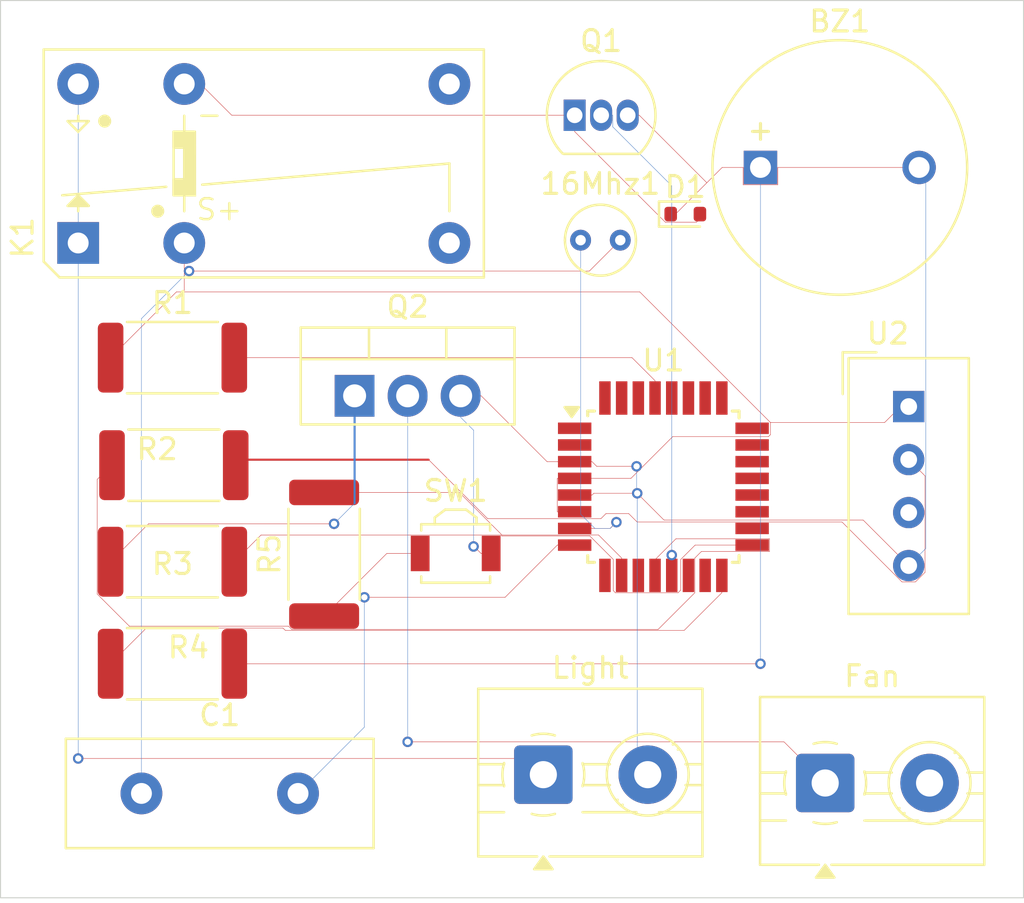
<source format=kicad_pcb>
(kicad_pcb (version 20241229) (generator "pcbnew") (generator_version "9.0")
  (layers (0 "F.Cu" signal) (2 "B.Cu" jumper) (13 "F.Paste" user) (15 "B.Paste" user) (5 "F.SilkS" user "F.Silkscreen") (7 "B.SilkS" user "B.Silkscreen") (1 "F.Mask" user) (3 "B.Mask" user) (25 "Edge.Cuts" user))
  (net 0 "")
  (net 1 "Net-(Q1-B)")
  (net 2 "Net-(U1-PB6{slash}XTAL1)")
  (net 3 "Net-(16Mhz1-Pad2)")
  (net 4 "Net-(U1-PB7{slash}XTAL2)")
  (net 5 "Net-(D1-A)")
  (net 7 "Net-(Q2-G)")
  (net 8 "Net-(U1-PC6{slash}~{RESET})")
  (net 9 "Net-(U2-DATA)")
  (net 10 "Net-(U1-PB5)")
  (net 11 "Net-(U1-PB4)")
  (net 12 "Net-(R5-Pad1)")
  (net 13 "Net-(U1-PD6)")
  (net 28 "Net-(BZ1-+)")
  (net 36 "Net-(J1-Pin_1)")
  (net 37 "Net-(J2-Pin_1)")
  (net 38 "Net-(J2-Pin_2)")
  (net 39 "Net-(U1-PB0)")
  (footprint "TerminalBlock:TerminalBlock_MaiXu_MX126-5.0-02P_1x02_P5.00mm" (layer "F.Cu") (at 112.5 102)
    (property "Reference" "Fan" (at 2.25 -5.12 0) (layer "F.SilkS"))
    (property "Value" "Fan")
    (fp_line (start -3.12 -4.12) (end -3.12 3.92) (stroke (width 0.12)) (layer "F.SilkS"))
    (fp_line (start -3.12 -4.12) (end 7.62 -4.12) (stroke (width 0.12)) (layer "F.SilkS"))
    (fp_line (start -3.12 -0.5) (end -1.88 -0.5) (stroke (width 0.12)) (layer "F.SilkS"))
    (fp_line (start -3.12 0.5) (end -1.88 0.5) (stroke (width 0.12)) (layer "F.SilkS"))
    (fp_line (start -3.12 1.8) (end -1.88 1.8) (stroke (width 0.12)) (layer "F.SilkS"))
    (fp_line (start -3.12 3.92) (end -0.3 3.92) (stroke (width 0.12)) (layer "F.SilkS"))
    (fp_line (start 0.3 3.92) (end 7.62 3.92) (stroke (width 0.12)) (layer "F.SilkS"))
    (fp_line (start 1.88 -0.5) (end 3.188 -0.5) (stroke (width 0.12)) (layer "F.SilkS"))
    (fp_line (start 1.88 0.5) (end 3.188 0.5) (stroke (width 0.12)) (layer "F.SilkS"))
    (fp_line (start 1.88 1.8) (end 4.457 1.8) (stroke (width 0.12)) (layer "F.SilkS"))
    (fp_line (start 3.556 1.204) (end 3.513 1.247) (stroke (width 0.12)) (layer "F.SilkS"))
    (fp_line (start 3.795 1.443) (end 3.752 1.486) (stroke (width 0.12)) (layer "F.SilkS"))
    (fp_line (start 5.543 1.8) (end 7.62 1.8) (stroke (width 0.12)) (layer "F.SilkS"))
    (fp_line (start 6.247 -1.486) (end 6.204 -1.443) (stroke (width 0.12)) (layer "F.SilkS"))
    (fp_line (start 6.487 -1.247) (end 6.444 -1.204) (stroke (width 0.12)) (layer "F.SilkS"))
    (fp_line (start 6.812 -0.5) (end 7.62 -0.5) (stroke (width 0.12)) (layer "F.SilkS"))
    (fp_line (start 6.812 0.5) (end 7.62 0.5) (stroke (width 0.12)) (layer "F.SilkS"))
    (fp_line (start 7.62 -4.12) (end 7.62 3.92) (stroke (width 0.12)) (layer "F.SilkS"))
    (fp_arc (start -1.88 0.554) (mid -1.959928 -0.000246) (end -1.879861 -0.554472) (stroke (width 0.12)) (layer "F.SilkS"))
    (fp_arc (start -0.554 -1.88) (mid 0.000246 -1.959928) (end 0.554472 -1.879861) (stroke (width 0.12)) (layer "F.SilkS"))
    (fp_arc (start 0.554 1.88) (mid -0.000246 1.959928) (end -0.554472 1.879861) (stroke (width 0.12)) (layer "F.SilkS"))
    (fp_arc (start 1.88 -0.554) (mid 1.959928 0.000246) (end 1.879861 0.554472) (stroke (width 0.12)) (layer "F.SilkS"))
    (fp_circle (center 5 0) (end 6.96 0) (stroke (width 0.12)) (fill no) (layer "F.SilkS"))
    (fp_poly (pts (xy 0 3.92) (xy 0.44 4.53) (xy -0.44 4.53) (xy 0 3.92)) (stroke (width 0.12)) (fill yes) (layer "F.SilkS"))
    (pad "1" thru_hole roundrect (at 0 0) (size 2.8 2.8) (drill 1.3) (layers "*.Cu" "*.Mask") (roundrect_rratio 0.089286) (net 37 "Net-(J2-Pin_1)"))
    (pad "2" thru_hole circle (at 5 0) (size 2.8 2.8) (drill 1.3) (layers "*.Cu" "*.Mask") (net 38 "Net-(J2-Pin_2)"))
  )
  (footprint "Package_QFP:TQFP-32_7x7mm_P0.8mm" (layer "F.Cu") (at 104.75 87.8)
    (property "Reference" "U1" (at 0 -6.05 0) (layer "F.SilkS"))
    (property "Value" "ATmega8A-A")
    (fp_line (start -3.625 -3.625) (end -3.625 -3.4) (stroke (width 0.15)) (layer "F.SilkS"))
    (fp_line (start -3.625 -3.625) (end -3.3 -3.625) (stroke (width 0.15)) (layer "F.SilkS"))
    (fp_line (start -3.625 3.625) (end -3.625 3.3) (stroke (width 0.15)) (layer "F.SilkS"))
    (fp_line (start -3.625 3.625) (end -3.3 3.625) (stroke (width 0.15)) (layer "F.SilkS"))
    (fp_line (start 3.625 -3.625) (end 3.3 -3.625) (stroke (width 0.15)) (layer "F.SilkS"))
    (fp_line (start 3.625 -3.625) (end 3.625 -3.3) (stroke (width 0.15)) (layer "F.SilkS"))
    (fp_line (start 3.625 3.625) (end 3.3 3.625) (stroke (width 0.15)) (layer "F.SilkS"))
    (fp_line (start 3.625 3.625) (end 3.625 3.3) (stroke (width 0.15)) (layer "F.SilkS"))
    (fp_poly (pts (xy -4.39 -3.34) (xy -4.73 -3.81) (xy -4.05 -3.81) (xy -4.39 -3.34)) (stroke (width 0.12)) (fill yes) (layer "F.SilkS"))
    (pad "1" smd rect (at -4.25 -2.8) (size 1.6 0.55) (layers "F.Cu" "F.Mask" "F.Paste"))
    (pad "2" smd rect (at -4.25 -2) (size 1.6 0.55) (layers "F.Cu" "F.Mask" "F.Paste"))
    (pad "3" smd rect (at -4.25 -1.2) (size 1.6 0.55) (layers "F.Cu" "F.Mask" "F.Paste") (net 3 "Net-(16Mhz1-Pad2)"))
    (pad "4" smd rect (at -4.25 -0.4) (size 1.6 0.55) (layers "F.Cu" "F.Mask" "F.Paste") (net 3 "Net-(16Mhz1-Pad2)"))
    (pad "5" smd rect (at -4.25 0.4) (size 1.6 0.55) (layers "F.Cu" "F.Mask" "F.Paste") (net 3 "Net-(16Mhz1-Pad2)"))
    (pad "6" smd rect (at -4.25 1.2) (size 1.6 0.55) (layers "F.Cu" "F.Mask" "F.Paste") (net 3 "Net-(16Mhz1-Pad2)"))
    (pad "7" smd rect (at -4.25 2) (size 1.6 0.55) (layers "F.Cu" "F.Mask" "F.Paste") (net 2 "Net-(U1-PB6{slash}XTAL1)"))
    (pad "8" smd rect (at -4.25 2.8) (size 1.6 0.55) (layers "F.Cu" "F.Mask" "F.Paste") (net 4 "Net-(U1-PB7{slash}XTAL2)"))
    (pad "9" smd rect (at -2.8 4.25 90) (size 1.6 0.55) (layers "F.Cu" "F.Mask" "F.Paste"))
    (pad "10" smd rect (at -2 4.25 90) (size 1.6 0.55) (layers "F.Cu" "F.Mask" "F.Paste") (net 13 "Net-(U1-PD6)"))
    (pad "11" smd rect (at -1.2 4.25 90) (size 1.6 0.55) (layers "F.Cu" "F.Mask" "F.Paste"))
    (pad "12" smd rect (at -0.4 4.25 90) (size 1.6 0.55) (layers "F.Cu" "F.Mask" "F.Paste") (net 39 "Net-(U1-PB0)"))
    (pad "13" smd rect (at 0.4 4.25 90) (size 1.6 0.55) (layers "F.Cu" "F.Mask" "F.Paste") (net 1 "Net-(Q1-B)"))
    (pad "14" smd rect (at 1.2 4.25 90) (size 1.6 0.55) (layers "F.Cu" "F.Mask" "F.Paste"))
    (pad "15" smd rect (at 2 4.25 90) (size 1.6 0.55) (layers "F.Cu" "F.Mask" "F.Paste"))
    (pad "16" smd rect (at 2.8 4.25 90) (size 1.6 0.55) (layers "F.Cu" "F.Mask" "F.Paste") (net 11 "Net-(U1-PB4)"))
    (pad "17" smd rect (at 4.25 2.8) (size 1.6 0.55) (layers "F.Cu" "F.Mask" "F.Paste") (net 10 "Net-(U1-PB5)"))
    (pad "18" smd rect (at 4.25 2) (size 1.6 0.55) (layers "F.Cu" "F.Mask" "F.Paste"))
    (pad "19" smd rect (at 4.25 1.2) (size 1.6 0.55) (layers "F.Cu" "F.Mask" "F.Paste"))
    (pad "20" smd rect (at 4.25 0.4) (size 1.6 0.55) (layers "F.Cu" "F.Mask" "F.Paste"))
    (pad "21" smd rect (at 4.25 -0.4) (size 1.6 0.55) (layers "F.Cu" "F.Mask" "F.Paste"))
    (pad "22" smd rect (at 4.25 -1.2) (size 1.6 0.55) (layers "F.Cu" "F.Mask" "F.Paste"))
    (pad "23" smd rect (at 4.25 -2) (size 1.6 0.55) (layers "F.Cu" "F.Mask" "F.Paste"))
    (pad "24" smd rect (at 4.25 -2.8) (size 1.6 0.55) (layers "F.Cu" "F.Mask" "F.Paste"))
    (pad "25" smd rect (at 2.8 -4.25 90) (size 1.6 0.55) (layers "F.Cu" "F.Mask" "F.Paste"))
    (pad "26" smd rect (at 2 -4.25 90) (size 1.6 0.55) (layers "F.Cu" "F.Mask" "F.Paste"))
    (pad "27" smd rect (at 1.2 -4.25 90) (size 1.6 0.55) (layers "F.Cu" "F.Mask" "F.Paste"))
    (pad "28" smd rect (at 0.4 -4.25 90) (size 1.6 0.55) (layers "F.Cu" "F.Mask" "F.Paste"))
    (pad "29" smd rect (at -0.4 -4.25 90) (size 1.6 0.55) (layers "F.Cu" "F.Mask" "F.Paste") (net 8 "Net-(U1-PC6{slash}~{RESET})"))
    (pad "30" smd rect (at -1.2 -4.25 90) (size 1.6 0.55) (layers "F.Cu" "F.Mask" "F.Paste"))
    (pad "31" smd rect (at -2 -4.25 90) (size 1.6 0.55) (layers "F.Cu" "F.Mask" "F.Paste"))
    (pad "32" smd rect (at -2.8 -4.25 90) (size 1.6 0.55) (layers "F.Cu" "F.Mask" "F.Paste"))
  )
  (footprint "Resistor_SMD:R_2512_6332Metric" (layer "F.Cu") (at 81.235 96.285)
    (property "Reference" "R4" (at 0.765 -0.785 0) (layer "F.SilkS"))
    (property "Value" "1k")
    (fp_line (start -2.177064 -1.71) (end 2.177064 -1.71) (stroke (width 0.12)) (layer "F.SilkS"))
    (fp_line (start -2.177064 1.71) (end 2.177064 1.71) (stroke (width 0.12)) (layer "F.SilkS"))
    (pad "1" smd roundrect (at -2.9625 0) (size 1.225 3.35) (layers "F.Cu" "F.Mask" "F.Paste") (roundrect_rratio 0.204082) (net 11 "Net-(U1-PB4)"))
    (pad "2" smd roundrect (at 2.9625 0) (size 1.225 3.35) (layers "F.Cu" "F.Mask" "F.Paste") (roundrect_rratio 0.204082) (net 28 "Net-(BZ1-+)"))
  )
  (footprint "Package_TO_SOT_THT:TO-220-3_Vertical" (layer "F.Cu") (at 89.96 83.445)
    (property "Reference" "Q2" (at 2.54 -4.27 0) (layer "F.SilkS"))
    (property "Value" "IRF540N")
    (fp_line (start -2.58 -3.27) (end -2.58 1.371) (stroke (width 0.12)) (layer "F.SilkS"))
    (fp_line (start -2.58 -3.27) (end 7.66 -3.27) (stroke (width 0.12)) (layer "F.SilkS"))
    (fp_line (start -2.58 -1.76) (end 7.66 -1.76) (stroke (width 0.12)) (layer "F.SilkS"))
    (fp_line (start -2.58 1.371) (end 7.66 1.371) (stroke (width 0.12)) (layer "F.SilkS"))
    (fp_line (start 0.69 -3.27) (end 0.69 -1.76) (stroke (width 0.12)) (layer "F.SilkS"))
    (fp_line (start 4.391 -3.27) (end 4.391 -1.76) (stroke (width 0.12)) (layer "F.SilkS"))
    (fp_line (start 7.66 -3.27) (end 7.66 1.371) (stroke (width 0.12)) (layer "F.SilkS"))
    (pad "1" thru_hole rect (at 0 0) (size 1.905 2) (drill 1.1) (layers "*.Cu" "*.Mask") (net 7 "Net-(Q2-G)"))
    (pad "2" thru_hole oval (at 2.54 0) (size 1.905 2) (drill 1.1) (layers "*.Cu" "*.Mask") (net 37 "Net-(J2-Pin_1)"))
    (pad "3" thru_hole oval (at 5.08 0) (size 1.905 2) (drill 1.1) (layers "*.Cu" "*.Mask") (net 3 "Net-(16Mhz1-Pad2)"))
  )
  (footprint "Resistor_SMD:R_2512_6332Metric" (layer "F.Cu") (at 88.5 91.0375 90)
    (property "Reference" "R5" (at 0 -2.62 90) (layer "F.SilkS"))
    (property "Value" "10k")
    (fp_line (start -2.177064 -1.71) (end 2.177064 -1.71) (stroke (width 0.12)) (layer "F.SilkS"))
    (fp_line (start -2.177064 1.71) (end 2.177064 1.71) (stroke (width 0.12)) (layer "F.SilkS"))
    (pad "1" smd roundrect (at -2.9625 0 90) (size 1.225 3.35) (layers "F.Cu" "F.Mask" "F.Paste") (roundrect_rratio 0.204082) (net 12 "Net-(R5-Pad1)"))
    (pad "2" smd roundrect (at 2.9625 0 90) (size 1.225 3.35) (layers "F.Cu" "F.Mask" "F.Paste") (roundrect_rratio 0.204082) (net 13 "Net-(U1-PD6)"))
  )
  (footprint "Crystal:Crystal_C38-LF_D3.0mm_L8.0mm_Vertical" (layer "F.Cu") (at 100.785 75.985)
    (property "Reference" "16Mhz1" (at 0.95 -2.7 0) (layer "F.SilkS"))
    (property "Value" "Crystal")
    (fp_arc (start -0.75 0) (mid 0.95 -1.7) (end 2.65 0) (stroke (width 0.12)) (layer "F.SilkS"))
    (fp_arc (start 2.65 0) (mid 0.95 1.7) (end -0.75 0) (stroke (width 0.12)) (layer "F.SilkS"))
    (pad "1" thru_hole circle (at 0 0) (size 1 1) (drill 0.5) (layers "*.Cu" "*.Mask") (net 2 "Net-(U1-PB6{slash}XTAL1)"))
    (pad "2" thru_hole circle (at 1.9 0) (size 1 1) (drill 0.5) (layers "*.Cu" "*.Mask") (net 3 "Net-(16Mhz1-Pad2)"))
  )
  (footprint "Package_TO_SOT_THT:TO-92_Inline" (layer "F.Cu") (at 100.5 70)
    (property "Reference" "Q1" (at 1.27 -3.56 0) (layer "F.SilkS"))
    (property "Value" "BC547")
    (fp_line (start -0.53 1.85) (end 3.07 1.85) (stroke (width 0.12)) (layer "F.SilkS"))
    (fp_arc (start -0.568478 1.838478) (mid -1.132087 -0.994977) (end 1.27 -2.6) (stroke (width 0.12)) (layer "F.SilkS"))
    (fp_arc (start 1.27 -2.6) (mid 3.672087 -0.994977) (end 3.108478 1.838478) (stroke (width 0.12)) (layer "F.SilkS"))
    (pad "1" thru_hole rect (at 0 0) (size 1.05 1.5) (drill 0.75) (layers "*.Cu" "*.Mask") (net 5 "Net-(D1-A)"))
    (pad "2" thru_hole oval (at 1.27 0) (size 1.05 1.5) (drill 0.75) (layers "*.Cu" "*.Mask") (net 1 "Net-(Q1-B)"))
    (pad "3" thru_hole oval (at 2.54 0) (size 1.05 1.5) (drill 0.75) (layers "*.Cu" "*.Mask") (net 3 "Net-(16Mhz1-Pad2)"))
  )
  (footprint "Resistor_SMD:R_2512_6332Metric" (layer "F.Cu") (at 81.235 81.615)
    (property "Reference" "R1" (at 0 -2.62 0) (layer "F.SilkS"))
    (property "Value" "10k")
    (fp_line (start -2.177064 -1.71) (end 2.177064 -1.71) (stroke (width 0.12)) (layer "F.SilkS"))
    (fp_line (start -2.177064 1.71) (end 2.177064 1.71) (stroke (width 0.12)) (layer "F.SilkS"))
    (pad "1" smd roundrect (at -2.9625 0) (size 1.225 3.35) (layers "F.Cu" "F.Mask" "F.Paste") (roundrect_rratio 0.204082) (net 3 "Net-(16Mhz1-Pad2)"))
    (pad "2" smd roundrect (at 2.9625 0) (size 1.225 3.35) (layers "F.Cu" "F.Mask" "F.Paste") (roundrect_rratio 0.204082) (net 8 "Net-(U1-PC6{slash}~{RESET})"))
  )
  (footprint "Diode_SMD:D_SOD-523" (layer "F.Cu") (at 105.8 74.735)
    (property "Reference" "D1" (at 0 -1.3 0) (layer "F.SilkS"))
    (property "Value" "1N4148WT")
    (fp_line (start -1.26 -0.6) (end -1.26 0.6) (stroke (width 0.12)) (layer "F.SilkS"))
    (fp_line (start 0.7 -0.6) (end -1.26 -0.6) (stroke (width 0.12)) (layer "F.SilkS"))
    (fp_line (start 0.7 0.6) (end -1.26 0.6) (stroke (width 0.12)) (layer "F.SilkS"))
    (pad "1" smd roundrect (at -0.7 0 180) (size 0.6 0.7) (layers "F.Cu" "F.Mask" "F.Paste") (net 3 "Net-(16Mhz1-Pad2)"))
    (pad "2" smd roundrect (at 0.7 0 180) (size 0.6 0.7) (layers "F.Cu" "F.Mask" "F.Paste") (net 5 "Net-(D1-A)"))
  )
  (footprint "Capacitor_THT:C_Disc_D14.5mm_W5.0mm_P7.50mm" (layer "F.Cu") (at 79.75 102.5)
    (property "Reference" "C1" (at 3.75 -3.75 0) (layer "F.SilkS"))
    (property "Value" "22pf")
    (fp_line (start -3.62 -2.62) (end -3.62 2.62) (stroke (width 0.12)) (layer "F.SilkS"))
    (fp_line (start -3.62 -2.62) (end 11.12 -2.62) (stroke (width 0.12)) (layer "F.SilkS"))
    (fp_line (start -3.62 2.62) (end 11.12 2.62) (stroke (width 0.12)) (layer "F.SilkS"))
    (fp_line (start 11.12 -2.62) (end 11.12 2.62) (stroke (width 0.12)) (layer "F.SilkS"))
    (pad "1" thru_hole circle (at 0 0) (size 2 2) (drill 1) (layers "*.Cu" "*.Mask") (net 3 "Net-(16Mhz1-Pad2)"))
    (pad "2" thru_hole circle (at 7.5 0) (size 2 2) (drill 1) (layers "*.Cu" "*.Mask") (net 4 "Net-(U1-PB7{slash}XTAL2)"))
  )
  (footprint "Resistor_SMD:R_2512_6332Metric" (layer "F.Cu") (at 81.235 91.395)
    (property "Reference" "R3" (at 0 0.105 0) (layer "F.SilkS"))
    (property "Value" "10k")
    (fp_line (start -2.177064 -1.71) (end 2.177064 -1.71) (stroke (width 0.12)) (layer "F.SilkS"))
    (fp_line (start -2.177064 1.71) (end 2.177064 1.71) (stroke (width 0.12)) (layer "F.SilkS"))
    (pad "1" smd roundrect (at -2.9625 0) (size 1.225 3.35) (layers "F.Cu" "F.Mask" "F.Paste") (roundrect_rratio 0.204082) (net 7 "Net-(Q2-G)"))
    (pad "2" smd roundrect (at 2.9625 0) (size 1.225 3.35) (layers "F.Cu" "F.Mask" "F.Paste") (roundrect_rratio 0.204082) (net 10 "Net-(U1-PB5)"))
  )
  (footprint "Buzzer_Beeper:MagneticBuzzer_ProSignal_ABI-009-RC" (layer "F.Cu") (at 109.4 72.5)
    (property "Reference" "BZ1" (at 3.8 -7 0) (layer "F.SilkS"))
    (property "Value" "Buzzer")
    (fp_circle (center 3.8 0) (end 9.9 0) (stroke (width 0.12)) (fill no) (layer "F.SilkS"))
    (fp_text user "+" (at 0 -1.8 0) (layer "F.SilkS"))
    (pad "1" thru_hole rect (at 0 0) (size 1.6 1.6) (drill 1) (layers "*.Cu" "*.Mask") (net 28 "Net-(BZ1-+)"))
    (pad "2" thru_hole circle (at 7.6 0) (size 1.6 1.6) (drill 1) (layers "*.Cu" "*.Mask") (net 3 "Net-(16Mhz1-Pad2)"))
  )
  (footprint "Resistor_SMD:R_2512_6332Metric" (layer "F.Cu") (at 81.3025 86.77)
    (property "Reference" "R2" (at -0.8025 -0.77 0) (layer "F.SilkS"))
    (property "Value" "4.7K")
    (fp_line (start -2.177064 -1.71) (end 2.177064 -1.71) (stroke (width 0.12)) (layer "F.SilkS"))
    (fp_line (start -2.177064 1.71) (end 2.177064 1.71) (stroke (width 0.12)) (layer "F.SilkS"))
    (pad "1" smd roundrect (at -2.9625 0) (size 1.225 3.35) (layers "F.Cu" "F.Mask" "F.Paste") (roundrect_rratio 0.204082) (net 39 "Net-(U1-PB0)"))
    (pad "2" smd roundrect (at 2.9625 0) (size 1.225 3.35) (layers "F.Cu" "F.Mask" "F.Paste") (roundrect_rratio 0.204082) (net 9 "Net-(U2-DATA)"))
  )
  (footprint "Button_Switch_SMD:SW_SPST_B3U-3000P" (layer "F.Cu") (at 94.8 91)
    (property "Reference" "SW1" (at 0 -3 0) (layer "F.SilkS"))
    (property "Value" "SW_Push")
    (fp_line (start -1.65 -1.4) (end 1.65 -1.4) (stroke (width 0.12)) (layer "F.SilkS"))
    (fp_line (start -1.65 -1.1) (end -1.65 -1.4) (stroke (width 0.12)) (layer "F.SilkS"))
    (fp_line (start -1.65 1.1) (end -1.65 1.4) (stroke (width 0.12)) (layer "F.SilkS"))
    (fp_line (start -1.65 1.4) (end 1.65 1.4) (stroke (width 0.12)) (layer "F.SilkS"))
    (fp_line (start -1 -1.72) (end -1 -1.4) (stroke (width 0.12)) (layer "F.SilkS"))
    (fp_line (start -0.5 -2.1) (end -1 -1.72) (stroke (width 0.12)) (layer "F.SilkS"))
    (fp_line (start -0.5 -2.1) (end 0.5 -2.1) (stroke (width 0.12)) (layer "F.SilkS"))
    (fp_line (start 0.5 -2.1) (end 1 -1.72) (stroke (width 0.12)) (layer "F.SilkS"))
    (fp_line (start 1 -1.72) (end 1 -1.4) (stroke (width 0.12)) (layer "F.SilkS"))
    (fp_line (start 1.65 -1.4) (end 1.65 -1.1) (stroke (width 0.12)) (layer "F.SilkS"))
    (fp_line (start 1.65 1.4) (end 1.65 1.1) (stroke (width 0.12)) (layer "F.SilkS"))
    (pad "1" smd rect (at -1.7 0) (size 0.9 1.7) (layers "F.Cu" "F.Mask" "F.Paste") (net 12 "Net-(R5-Pad1)"))
    (pad "2" smd rect (at 1.7 0) (size 0.9 1.7) (layers "F.Cu" "F.Mask" "F.Paste") (net 3 "Net-(16Mhz1-Pad2)"))
  )
  (footprint "TerminalBlock:TerminalBlock_MaiXu_MX126-5.0-02P_1x02_P5.00mm" (layer "F.Cu") (at 99 101.6)
    (property "Reference" "Light" (at 2.25 -5.12 0) (layer "F.SilkS"))
    (property "Value" "Light")
    (fp_line (start -3.12 -4.12) (end -3.12 3.92) (stroke (width 0.12)) (layer "F.SilkS"))
    (fp_line (start -3.12 -4.12) (end 7.62 -4.12) (stroke (width 0.12)) (layer "F.SilkS"))
    (fp_line (start -3.12 -0.5) (end -1.88 -0.5) (stroke (width 0.12)) (layer "F.SilkS"))
    (fp_line (start -3.12 0.5) (end -1.88 0.5) (stroke (width 0.12)) (layer "F.SilkS"))
    (fp_line (start -3.12 1.8) (end -1.88 1.8) (stroke (width 0.12)) (layer "F.SilkS"))
    (fp_line (start -3.12 3.92) (end -0.3 3.92) (stroke (width 0.12)) (layer "F.SilkS"))
    (fp_line (start 0.3 3.92) (end 7.62 3.92) (stroke (width 0.12)) (layer "F.SilkS"))
    (fp_line (start 1.88 -0.5) (end 3.188 -0.5) (stroke (width 0.12)) (layer "F.SilkS"))
    (fp_line (start 1.88 0.5) (end 3.188 0.5) (stroke (width 0.12)) (layer "F.SilkS"))
    (fp_line (start 1.88 1.8) (end 4.457 1.8) (stroke (width 0.12)) (layer "F.SilkS"))
    (fp_line (start 3.556 1.204) (end 3.513 1.247) (stroke (width 0.12)) (layer "F.SilkS"))
    (fp_line (start 3.795 1.443) (end 3.752 1.486) (stroke (width 0.12)) (layer "F.SilkS"))
    (fp_line (start 5.543 1.8) (end 7.62 1.8) (stroke (width 0.12)) (layer "F.SilkS"))
    (fp_line (start 6.247 -1.486) (end 6.204 -1.443) (stroke (width 0.12)) (layer "F.SilkS"))
    (fp_line (start 6.487 -1.247) (end 6.444 -1.204) (stroke (width 0.12)) (layer "F.SilkS"))
    (fp_line (start 6.812 -0.5) (end 7.62 -0.5) (stroke (width 0.12)) (layer "F.SilkS"))
    (fp_line (start 6.812 0.5) (end 7.62 0.5) (stroke (width 0.12)) (layer "F.SilkS"))
    (fp_line (start 7.62 -4.12) (end 7.62 3.92) (stroke (width 0.12)) (layer "F.SilkS"))
    (fp_arc (start -1.88 0.554) (mid -1.959928 -0.000246) (end -1.879861 -0.554472) (stroke (width 0.12)) (layer "F.SilkS"))
    (fp_arc (start -0.554 -1.88) (mid 0.000246 -1.959928) (end 0.554472 -1.879861) (stroke (width 0.12)) (layer "F.SilkS"))
    (fp_arc (start 0.554 1.88) (mid -0.000246 1.959928) (end -0.554472 1.879861) (stroke (width 0.12)) (layer "F.SilkS"))
    (fp_arc (start 1.88 -0.554) (mid 1.959928 0.000246) (end 1.879861 0.554472) (stroke (width 0.12)) (layer "F.SilkS"))
    (fp_circle (center 5 0) (end 6.96 0) (stroke (width 0.12)) (fill no) (layer "F.SilkS"))
    (fp_poly (pts (xy 0 3.92) (xy 0.44 4.53) (xy -0.44 4.53) (xy 0 3.92)) (stroke (width 0.12)) (fill yes) (layer "F.SilkS"))
    (pad "1" thru_hole roundrect (at 0 0) (size 2.8 2.8) (drill 1.3) (layers "*.Cu" "*.Mask") (roundrect_rratio 0.089286) (net 36 "Net-(J1-Pin_1)"))
    (pad "2" thru_hole circle (at 5 0) (size 2.8 2.8) (drill 1.3) (layers "*.Cu" "*.Mask") (net 3 "Net-(16Mhz1-Pad2)"))
  )
  (footprint "Sensor:Aosong_DHT11_5.5x12.0_P2.54mm" (layer "F.Cu") (at 116.5 83.96)
    (property "Reference" "U2" (at -1 -3.5 0) (layer "F.SilkS"))
    (property "Value" "DHT11")
    (fp_line (start -3.16 -2.6) (end -3.16 -0.6) (stroke (width 0.12)) (layer "F.SilkS"))
    (fp_line (start -3.16 -2.6) (end -1.55 -2.6) (stroke (width 0.12)) (layer "F.SilkS"))
    (fp_line (start -2.88 9.94) (end -2.88 -2.31) (stroke (width 0.12)) (layer "F.SilkS"))
    (fp_line (start -2.87 -2.32) (end 2.87 -2.32) (stroke (width 0.12)) (layer "F.SilkS"))
    (fp_line (start 2.88 -2.32) (end 2.88 9.94) (stroke (width 0.12)) (layer "F.SilkS"))
    (fp_line (start 2.88 9.94) (end -2.88 9.94) (stroke (width 0.12)) (layer "F.SilkS"))
    (pad "1" thru_hole rect (at 0 0) (size 1.5 1.5) (drill 0.8) (layers "*.Cu" "*.Mask") (net 3 "Net-(16Mhz1-Pad2)"))
    (pad "2" thru_hole circle (at 0 2.54) (size 1.5 1.5) (drill 0.8) (layers "*.Cu" "*.Mask") (net 9 "Net-(U2-DATA)"))
    (pad "3" thru_hole circle (at 0 5.08) (size 1.5 1.5) (drill 0.8) (layers "*.Cu" "*.Mask"))
    (pad "4" thru_hole circle (at 0 7.62) (size 1.5 1.5) (drill 0.8) (layers "*.Cu" "*.Mask") (net 3 "Net-(16Mhz1-Pad2)"))
  )
  (footprint "Relay_THT:Relay_SPDT_Panasonic_DR-L" (layer "F.Cu") (at 76.72 76.12)
    (property "Reference" "K1" (at -2.667 -0.254 90) (layer "F.SilkS"))
    (property "Value" "Relay_SPDT")
    (fp_line (start -1.651 -9.271) (end 19.431 -9.271) (stroke (width 0.12)) (layer "F.SilkS"))
    (fp_line (start -1.651 0.89) (end -1.651 -9.271) (stroke (width 0.12)) (layer "F.SilkS"))
    (fp_line (start -0.89 1.651) (end -1.651 0.89) (stroke (width 0.12)) (layer "F.SilkS"))
    (fp_line (start -0.89 1.651) (end 19.431 1.651) (stroke (width 0.12)) (layer "F.SilkS"))
    (fp_line (start -0.762 -2.286) (end 4.2164 -2.6924) (stroke (width 0.12)) (layer "F.SilkS"))
    (fp_line (start 0 -5.842) (end 0 -6.096) (stroke (width 0.12)) (layer "F.SilkS"))
    (fp_line (start 0 -1.524) (end 0 -1.778) (stroke (width 0.12)) (layer "F.SilkS"))
    (fp_line (start 4.572 -2.286) (end 4.572 -5.334) (stroke (width 0.12)) (layer "F.SilkS"))
    (fp_line (start 5.08 -5.334) (end 5.08 -6.096) (stroke (width 0.12)) (layer "F.SilkS"))
    (fp_line (start 5.08 -2.286) (end 5.08 -1.524) (stroke (width 0.12)) (layer "F.SilkS"))
    (fp_line (start 5.9436 -2.794) (end 17.78 -3.81) (stroke (width 0.12)) (layer "F.SilkS"))
    (fp_line (start 17.78 -1.524) (end 17.78 -3.81) (stroke (width 0.12)) (layer "F.SilkS"))
    (fp_line (start 19.431 1.651) (end 19.431 -9.271) (stroke (width 0.12)) (layer "F.SilkS"))
    (fp_circle (center 1.27 -5.842) (end 1.524 -5.842) (stroke (width 0.12)) (fill yes) (layer "F.SilkS"))
    (fp_circle (center 3.81 -1.524) (end 4.064 -1.524) (stroke (width 0.12)) (fill yes) (layer "F.SilkS"))
    (fp_poly (pts (xy -0.508 -5.842) (xy 0 -5.334) (xy 0.508 -5.842)) (stroke (width 0.12)) (fill no) (layer "F.SilkS"))
    (fp_poly (pts (xy 0.508 -1.778) (xy -0.508 -1.778) (xy 0 -2.286)) (stroke (width 0.12)) (fill yes) (layer "F.SilkS"))
    (fp_poly (pts (xy 4.572 -4.572) (xy 4.572 -5.334) (xy 5.589 -5.334) (xy 5.59 -2.286) (xy 4.572 -2.286) (xy 4.572 -3.048) (xy 5.08 -3.048) (xy 5.08 -4.572)) (stroke (width 0.12)) (fill yes) (layer "F.SilkS"))
    (fp_text user "S+" (at 5.588 -1.016 0) (layer "F.SilkS") (effects (font (thickness 0.12)) (justify left bottom)))
    (fp_text user "-" (at 5.588 -5.588 0) (layer "F.SilkS") (effects (font (thickness 0.12)) (justify left bottom)))
    (pad "11" thru_hole circle (at 17.78 0 180) (size 2 2) (drill 1) (layers "*.Cu" "*.Mask"))
    (pad "12" thru_hole rect (at 0 0 180) (size 2 2) (drill 1) (layers "*.Cu" "*.Mask") (net 36 "Net-(J1-Pin_1)"))
    (pad "14" thru_hole circle (at 0 -7.62 180) (size 2 2) (drill 1) (layers "*.Cu" "*.Mask") (net 36 "Net-(J1-Pin_1)"))
    (pad "A1" thru_hole circle (at 5.08 0 180) (size 2 2) (drill 1) (layers "*.Cu" "*.Mask") (net 3 "Net-(16Mhz1-Pad2)"))
    (pad "A2" thru_hole circle (at 5.08 -7.62 180) (size 2 2) (drill 1) (layers "*.Cu" "*.Mask") (net 5 "Net-(D1-A)"))
    (pad "PE" thru_hole circle (at 17.78 -7.62 180) (size 2 2) (drill 1) (layers "*.Cu" "*.Mask"))
  )
  (gr_rect (start 73 64.5) (end 122 107.5) (stroke (width 0.05)) (fill no) (layer "Edge.Cuts"))
  (segment (start 105.15 91.078) (end 105.15 92.05) (width 0.02) (layer "F.Cu") (net 1))
  (via (at 105.15 91.078) (size 0.50038) (drill 0.3) (layers "F.Cu" "B.Cu") (net 1))
  (segment (start 102.3267 70.5567) (end 105.15 73.38) (width 0.02) (layer "B.Cu") (net 1))
  (segment (start 101.77 70) (end 102.3267 70) (width 0.02) (layer "B.Cu") (net 1))
  (segment (start 102.3267 70) (end 102.3267 70.5567) (width 0.02) (layer "B.Cu") (net 1))
  (segment (start 105.15 73.38) (end 105.15 91.078) (width 0.02) (layer "B.Cu") (net 1))
  (segment (start 102.2 89.8) (end 100.5 89.8) (width 0.02) (layer "F.Cu") (net 2))
  (segment (start 102.5 89.5) (end 102.2 89.8) (width 0.02) (layer "F.Cu") (net 2))
  (via (at 102.5 89.5) (size 0.50038) (drill 0.3) (layers "F.Cu" "B.Cu") (net 2))
  (segment (start 102.2 89.8) (end 101.472 89.8) (width 0.02) (layer "B.Cu") (net 2))
  (segment (start 101.472 89.8) (end 100.785 89.113) (width 0.02) (layer "B.Cu") (net 2))
  (segment (start 100.785 89.113) (end 100.785 75.985) (width 0.02) (layer "B.Cu") (net 2))
  (segment (start 102.5 89.5) (end 102.2 89.8) (width 0.02) (layer "B.Cu") (net 2))
  (segment (start 95.6575 90.665) (end 95.6833 90.665) (width 0.02) (layer "F.Cu") (net 3))
  (segment (start 110.231 73.331) (end 108.569 73.331) (width 0.02) (layer "F.Cu") (net 3))
  (segment (start 115.3461 84.7231) (end 116.1092 83.96) (width 0.02) (layers "F.Cu" "F.Mask") (net 3))
  (segment (start 101.207 77.463) (end 82.0302 77.463) (width 0.02) (layer "F.Cu") (net 3))
  (segment (start 99.6683 89) (end 99.6683 87.4) (width 0.02) (layer "F.Cu") (net 3))
  (segment (start 81.8 78.4636) (end 103.6179 78.4636) (width 0.02) (layer "F.Cu") (net 3))
  (segment (start 100.0842 86.6) (end 100.5 86.6) (width 0.02) (layer "F.Cu") (net 3))
  (segment (start 109.8774 84.7231) (end 115.3461 84.7231) (width 0.02) (layer "F.Cu") (net 3))
  (segment (start 100.9159 88.2) (end 101.3317 88.2) (width 0.02) (layer "F.Cu") (net 3))
  (segment (start 102.685 75.985) (end 101.207 77.463) (width 0.02) (layer "F.Cu") (net 3))
  (segment (start 95.6833 90.665) (end 96.0183 91) (width 0.02) (layer "F.Cu") (net 3))
  (segment (start 100.5 89) (end 99.6683 89) (width 0.02) (layer "F.Cu") (net 3))
  (segment (start 103.6179 78.4636) (end 109.8774 84.7231) (width 0.02) (layer "F.Cu") (net 3))
  (segment (start 81.4239 78.4636) (end 81.8 78.4636) (width 0.02) (layer "F.Cu") (net 3))
  (segment (start 81.8 78.4636) (end 81.8 76.12) (width 0.02) (layer "F.Cu") (net 3))
  (segment (start 99.1792 86.6) (end 96.0242 83.445) (width 0.02) (layer "F.Cu") (net 3))
  (segment (start 108.569 73.331) (end 108.569 72.5) (width 0.02) (layer "F.Cu") (net 3))
  (segment (start 110.231 72.5) (end 110.231 73.331) (width 0.02) (layer "F.Cu") (net 3))
  (segment (start 103.1968 87.4) (end 100.5 87.4) (width 0.02) (layer "F.Cu") (net 3))
  (segment (start 103.4966 88.1159) (end 101.4158 88.1159) (width 0.02) (layer "F.Cu") (net 3))
  (segment (start 107.565 72.5) (end 106.8309 73.2341) (width 0.02) (layer "F.Cu") (net 3))
  (segment (start 106.8309 73.2341) (end 103.5967 70) (width 0.02) (layer "F.Cu") (net 3))
  (segment (start 99.6683 86.6) (end 99.1792 86.6) (width 0.02) (layer "F.Cu") (net 3))
  (segment (start 116.5 91.58) (end 114.32 89.4) (width 0.02) (layer "F.Cu") (net 3))
  (segment (start 109.7826 85.4) (end 105.1968 85.4) (width 0.02) (layer "F.Cu") (net 3))
  (segment (start 95.04 83.445) (end 96.0242 83.445) (width 0.02) (layer "F.Cu") (net 3))
  (segment (start 96.5 91) (end 96.0183 91) (width 0.02) (layer "F.Cu") (net 3))
  (segment (start 104.7807 89.4) (end 103.4966 88.1159) (width 0.02) (layer "F.Cu") (net 3))
  (segment (start 101.5552 86.8235) (end 101.3317 86.6) (width 0.02) (layer "F.Cu") (net 3))
  (segment (start 106.8309 73.2341) (end 105.33 74.735) (width 0.02) (layer "F.Cu") (net 3))
  (segment (start 117 72.5) (end 110.231 72.5) (width 0.02) (layer "F.Cu") (net 3))
  (segment (start 114.32 89.4) (end 104.7807 89.4) (width 0.02) (layer "F.Cu") (net 3))
  (segment (start 100.5 87.4) (end 99.6683 87.4) (width 0.02) (layer "F.Cu") (net 3))
  (segment (start 100.9159 88.2) (end 100.5 88.2) (width 0.02) (layer "F.Cu") (net 3))
  (segment (start 108.569 72.5) (end 107.565 72.5) (width 0.02) (layer "F.Cu") (net 3))
  (segment (start 105.1968 85.4) (end 103.1968 87.4) (width 0.02) (layer "F.Cu") (net 3))
  (segment (start 103.04 70) (end 103.5967 70) (width 0.02) (layer "F.Cu") (net 3))
  (segment (start 100.0842 86.6) (end 99.6683 86.6) (width 0.02) (layer "F.Cu") (net 3))
  (segment (start 109.8774 84.7231) (end 109.8774 85.3052) (width 0.02) (layer "F.Cu") (net 3))
  (segment (start 116.5 83.96) (end 116.1092 83.96) (width 0.02) (layer "F.Cu") (net 3))
  (segment (start 78.2725 81.615) (end 81.4239 78.4636) (width 0.02) (layer "F.Cu") (net 3))
  (segment (start 109.8774 85.3052) (end 109.7826 85.4) (width 0.02) (layer "F.Cu") (net 3))
  (segment (start 103.4655 86.8235) (end 101.5552 86.8235) (width 0.02) (layer "F.Cu") (net 3))
  (segment (start 100.5 86.6) (end 101.3317 86.6) (width 0.02) (layer "F.Cu") (net 3))
  (segment (start 101.4158 88.1159) (end 101.3317 88.2) (width 0.02) (layer "F.Cu") (net 3))
  (via (at 82.0302 77.463) (size 0.50038) (drill 0.3) (layers "F.Cu" "B.Cu") (net 3))
  (via (at 95.6575 90.665) (size 0.50038) (drill 0.3) (layers "F.Cu" "B.Cu") (net 3))
  (via (at 103.4966 88.1159) (size 0.50038) (drill 0.3) (layers "F.Cu" "B.Cu") (net 3))
  (via (at 103.4655 86.8235) (size 0.50038) (drill 0.3) (layers "F.Cu" "B.Cu") (net 3))
  (segment (start 95.6575 85.0942) (end 95.6575 90.665) (width 0.02) (layer "B.Cu") (net 3))
  (segment (start 95.04 83.445) (end 95.04 84.4767) (width 0.02) (layer "B.Cu") (net 3))
  (segment (start 117 72.5) (end 117.3199 72.8199) (width 0.02) (layer "B.Cu") (net 3))
  (segment (start 117.3199 90.7601) (end 116.5 91.58) (width 0.02) (layer "B.Cu") (net 3))
  (segment (start 103.4966 100.9966) (end 103.4966 88.1159) (width 0.02) (layer "B.Cu") (net 3))
  (segment (start 95.04 84.4767) (end 95.6575 85.0942) (width 0.02) (layer "B.Cu") (net 3))
  (segment (start 104 101.5) (end 103.4966 100.9966) (width 0.02) (layer "B.Cu") (net 3))
  (segment (start 82.0302 77.463) (end 79.75 79.7432) (width 0.02) (layer "B.Cu") (net 3))
  (segment (start 79.75 79.7432) (end 79.75 102.5) (width 0.02) (layer "B.Cu") (net 3))
  (segment (start 117.3199 72.8199) (end 117.3199 90.7601) (width 0.02) (layer "B.Cu") (net 3))
  (segment (start 103.4655 88.0848) (end 103.4655 86.8235) (width 0.02) (layer "B.Cu") (net 3))
  (segment (start 103.4966 88.1159) (end 103.4655 88.0848) (width 0.02) (layer "B.Cu") (net 3))
  (segment (start 100.5 90.6) (end 99.6683 90.6) (width 0.02) (layer "F.Cu") (net 4))
  (segment (start 97.1684 93.0999) (end 99.6683 90.6) (width 0.02) (layer "F.Cu") (net 4))
  (segment (start 90.4288 93.0999) (end 97.1684 93.0999) (width 0.02) (layer "F.Cu") (net 4))
  (via (at 90.4288 93.0999) (size 0.50038) (drill 0.3) (layers "F.Cu" "B.Cu") (net 4))
  (segment (start 87.25 102.5) (end 90.4288 99.3212) (width 0.02) (layer "B.Cu") (net 4))
  (segment (start 90.4288 99.3212) (end 90.4288 93.0999) (width 0.02) (layer "B.Cu") (net 4))
  (segment (start 106.3386 75.1264) (end 104.8447 75.1264) (width 0.02) (layer "F.Cu") (net 5))
  (segment (start 106.73 74.735) (end 106.3386 75.1264) (width 0.02) (layer "F.Cu") (net 5))
  (segment (start 84.076355 70) (end 100.5 70) (width 0.02) (layer "F.Cu") (net 5))
  (segment (start 100.5 70) (end 100.5 70.7817) (width 0.02) (layer "F.Cu") (net 5))
  (segment (start 81.8 68.5) (end 82.576355 68.5) (width 0.02) (layer "F.Cu") (net 5))
  (segment (start 104.8447 75.1264) (end 100.5 70.7817) (width 0.02) (layer "F.Cu") (net 5))
  (segment (start 82.576355 68.5) (end 84.076355 70) (width 0.02) (layer "F.Cu") (net 5))
  (segment (start 78.2725 91.395) (end 80.0898 89.5777) (width 0.02) (layer "F.Cu") (net 7))
  (segment (start 80.0898 89.5777) (end 88.9758 89.5777) (width 0.02) (layer "F.Cu") (net 7))
  (via (at 88.9758 89.5777) (size 0.50038) (drill 0.3) (layers "F.Cu" "B.Cu") (net 7))
  (segment (start 89.96 88.5935) (end 88.9758 89.5777) (width 0.02) (layer "B.Cu") (net 7))
  (segment (start 89.96 83.445) (end 89.96 88.5935) (width 0.09906) (layer "B.Cu") (net 7))
  (segment (start 103.2467 81.615) (end 104.35 82.7183) (width 0.02) (layer "F.Cu") (net 8))
  (segment (start 84.1975 81.615) (end 103.2467 81.615) (width 0.02) (layer "F.Cu") (net 8))
  (segment (start 104.35 83.55) (end 104.35 82.7183) (width 0.02) (layer "F.Cu") (net 8))
  (segment (start 102.000001 89.089) (end 103.089 89.089) (width 0.02) (layer "F.Cu") (net 9))
  (segment (start 103.089 89.089) (end 103.494 89.494) (width 0.02) (layer "F.Cu") (net 9))
  (segment (start 117.281 91.903501) (end 117.281 87.281) (width 0.02) (layer "F.Cu") (net 9))
  (segment (start 117.281 87.281) (end 116.5 86.5) (width 0.02) (layer "F.Cu") (net 9))
  (segment (start 84.5 86.505) (end 93.505 86.505) (width 0.09906) (layer "F.Cu") (net 9))
  (segment (start 116.823501 92.361) (end 117.281 91.903501) (width 0.02) (layer "F.Cu") (net 9))
  (segment (start 101.759243 89.329758) (end 102.000001 89.089) (width 0.02) (layer "F.Cu") (net 9))
  (segment (start 113.309499 89.494) (end 116.176499 92.361) (width 0.02) (layer "F.Cu") (net 9))
  (segment (start 116.176499 92.361) (end 116.823501 92.361) (width 0.02) (layer "F.Cu") (net 9))
  (segment (start 103.494 89.494) (end 113.309499 89.494) (width 0.02) (layer "F.Cu") (net 9))
  (segment (start 96.329758 89.329758) (end 101.759243 89.329758) (width 0.02) (layer "F.Cu") (net 9))
  (segment (start 93.505 86.505) (end 96.329758 89.329758) (width 0.02) (layer "F.Cu") (net 9))
  (segment (start 85.4742 90.1183) (end 96.9632 90.1183) (width 0.02) (layer "F.Cu") (net 10))
  (segment (start 105.5786 92.7568) (end 105.5786 91.289) (width 0.02) (layer "F.Cu") (net 10))
  (segment (start 102.3515 92.7819) (end 102.4513 92.8817) (width 0.02) (layer "F.Cu") (net 10))
  (segment (start 106.2676 90.6) (end 109 90.6) (width 0.02) (layer "F.Cu") (net 10))
  (segment (start 97.0039 90.159) (end 101.2251 90.159) (width 0.02) (layer "F.Cu") (net 10))
  (segment (start 84.1975 91.395) (end 85.4742 90.1183) (width 0.02) (layer "F.Cu") (net 10))
  (segment (start 105.4537 92.8817) (end 105.5786 92.7568) (width 0.02) (layer "F.Cu") (net 10))
  (segment (start 105.5786 91.289) (end 106.2676 90.6) (width 0.02) (layer "F.Cu") (net 10))
  (segment (start 101.2251 90.159) (end 102.3515 91.2854) (width 0.02) (layer "F.Cu") (net 10))
  (segment (start 102.4513 92.8817) (end 105.4537 92.8817) (width 0.02) (layer "F.Cu") (net 10))
  (segment (start 96.9632 90.1183) (end 97.0039 90.159) (width 0.02) (layer "F.Cu") (net 10))
  (segment (start 102.3515 91.2854) (end 102.3515 92.7819) (width 0.02) (layer "F.Cu") (net 10))
  (segment (start 86.6404 94.6856) (end 105.7461 94.6856) (width 0.02) (layer "F.Cu") (net 11))
  (segment (start 107.55 92.05) (end 107.55 92.8817) (width 0.02) (layer "F.Cu") (net 11))
  (segment (start 78.2725 96.285) (end 79.9802 94.5773) (width 0.02) (layer "F.Cu") (net 11))
  (segment (start 86.5321 94.5773) (end 86.6404 94.6856) (width 0.02) (layer "F.Cu") (net 11))
  (segment (start 79.9802 94.5773) (end 86.5321 94.5773) (width 0.02) (layer "F.Cu") (net 11))
  (segment (start 105.7461 94.6856) (end 107.55 92.8817) (width 0.02) (layer "F.Cu") (net 11))
  (segment (start 88.5 94) (end 91.5 91) (width 0.02) (layer "F.Cu") (net 12))
  (segment (start 91.5 91) (end 93.1 91) (width 0.02) (layer "F.Cu") (net 12))
  (segment (start 101.6483 90.1166) (end 97.0204 90.1166) (width 0.02) (layer "F.Cu") (net 13))
  (segment (start 94.9788 88.075) (end 88.5 88.075) (width 0.02032) (layer "F.Cu") (net 13))
  (segment (start 102.75 91.2183) (end 101.6483 90.1166) (width 0.02) (layer "F.Cu") (net 13))
  (segment (start 102.75 92.05) (end 102.75 91.2183) (width 0.02) (layer "F.Cu") (net 13))
  (segment (start 97.0204 90.1166) (end 94.9788 88.075) (width 0.02) (layer "F.Cu") (net 13))
  (segment (start 84.1975 96.285) (end 109.4 96.285) (width 0.02) (layer "F.Cu") (net 28))
  (via (at 109.4 96.285) (size 0.50038) (drill 0.3) (layers "F.Cu" "B.Cu") (net 28))
  (segment (start 109.4 72.5) (end 109.4 96.285) (width 0.02) (layer "B.Cu") (net 28))
  (segment (start 99 101.5) (end 98.3257 100.8257) (width 0.02) (layer "F.Cu") (net 36))
  (segment (start 98.3257 100.8257) (end 76.72 100.8257) (width 0.02) (layer "F.Cu") (net 36))
  (via (at 76.72 100.8257) (size 0.50038) (drill 0.3) (layers "F.Cu" "B.Cu") (net 36))
  (segment (start 76.72 68.5) (end 76.72 76.12) (width 0.02) (layer "B.Cu") (net 36))
  (segment (start 76.72 76.12) (end 76.72 100.8257) (width 0.02) (layer "B.Cu") (net 36))
  (segment (start 110.5275 100.0275) (end 92.5 100.0275) (width 0.02) (layer "F.Cu") (net 37))
  (segment (start 112.5 102) (end 110.5275 100.0275) (width 0.02) (layer "F.Cu") (net 37))
  (via (at 92.5 100.0275) (size 0.50038) (drill 0.3) (layers "F.Cu" "B.Cu") (net 37))
  (segment (start 92.5 83.445) (end 92.5 100.0275) (width 0.02) (layer "B.Cu") (net 37))
  (segment (start 86.794 94.48582) (end 86.95168 94.6435) (width 0.02) (layer "F.Cu") (net 39))
  (segment (start 106.256 92.881) (end 106.256 91.219) (width 0.02) (layer "F.Cu") (net 39))
  (segment (start 77.629 87.451) (end 77.629 92.94332) (width 0.02) (layer "F.Cu") (net 39))
  (segment (start 109.831 90.294) (end 105.352758 90.294) (width 0.02) (layer "F.Cu") (net 39))
  (segment (start 79.1715 94.48582) (end 86.794 94.48582) (width 0.02) (layer "F.Cu") (net 39))
  (segment (start 105.352758 90.294) (end 104.35 91.296758) (width 0.02) (layer "F.Cu") (net 39))
  (segment (start 106.569 90.906) (end 109.831 90.906) (width 0.02) (layer "F.Cu") (net 39))
  (segment (start 77.629 92.94332) (end 79.1715 94.48582) (width 0.02) (layer "F.Cu") (net 39))
  (segment (start 78.575 86.505) (end 77.629 87.451) (width 0.02) (layer "F.Cu") (net 39))
  (segment (start 109.831 90.906) (end 109.831 90.294) (width 0.02) (layer "F.Cu") (net 39))
  (segment (start 104.4935 94.6435) (end 106.256 92.881) (width 0.02) (layer "F.Cu") (net 39))
  (segment (start 106.256 91.219) (end 106.569 90.906) (width 0.02) (layer "F.Cu") (net 39))
  (segment (start 86.95168 94.6435) (end 104.4935 94.6435) (width 0.02) (layer "F.Cu") (net 39))
  (segment (start 104.35 91.296758) (end 104.35 92.05) (width 0.02) (layer "F.Cu") (net 39))
)
</source>
